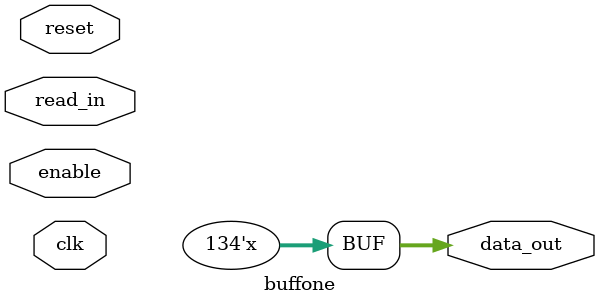
<source format=v>
module buffone #(parameter SIZE = 134) (input clk, enable, reset, input [SIZE-1:0] read_in, 
				 output reg [SIZE-1:0] data_out);
		
reg [SIZE-1:0] data_in;		
		
	always @(posedge clk)
	begin
		if (!enable) data_in <= read_in;
	end
	
	always @(*)
	begin
		
			if (!reset) data_in <= {SIZE{1'b0}};
		
		data_out <= data_in;
	end
	
endmodule

</source>
